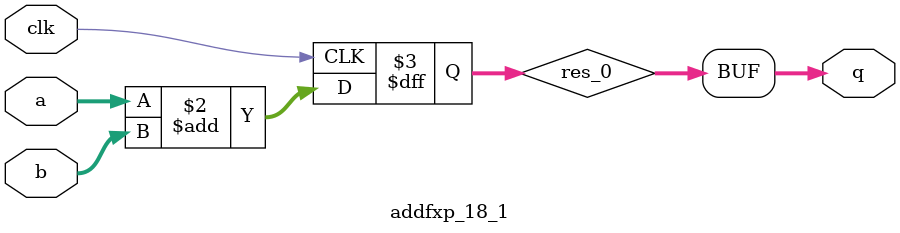
<source format=v>
`define SIMULATION_MEMORY

module addfxp_18_1 (
	input [17:0] a,
	input [17:0] b,
	input clk,
	output [17:0] q
);

reg [17:0] res_0;
assign q = res_0;

always @(posedge clk) begin
	res_0 <= a + b;
end

endmodule

</source>
